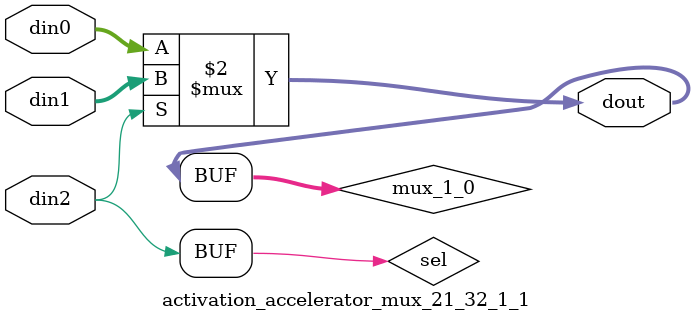
<source format=v>

`timescale 1ns/1ps

module activation_accelerator_mux_21_32_1_1 #(
parameter
    ID                = 0,
    NUM_STAGE         = 1,
    din0_WIDTH       = 32,
    din1_WIDTH       = 32,
    din2_WIDTH         = 32,
    dout_WIDTH            = 32
)(
    input  [31 : 0]     din0,
    input  [31 : 0]     din1,
    input  [0 : 0]    din2,
    output [31 : 0]   dout);

// puts internal signals
wire [0 : 0]     sel;
// level 1 signals
wire [31 : 0]         mux_1_0;

assign sel = din2;

// Generate level 1 logic
assign mux_1_0 = (sel[0] == 0)? din0 : din1;

// output logic
assign dout = mux_1_0;

endmodule

</source>
